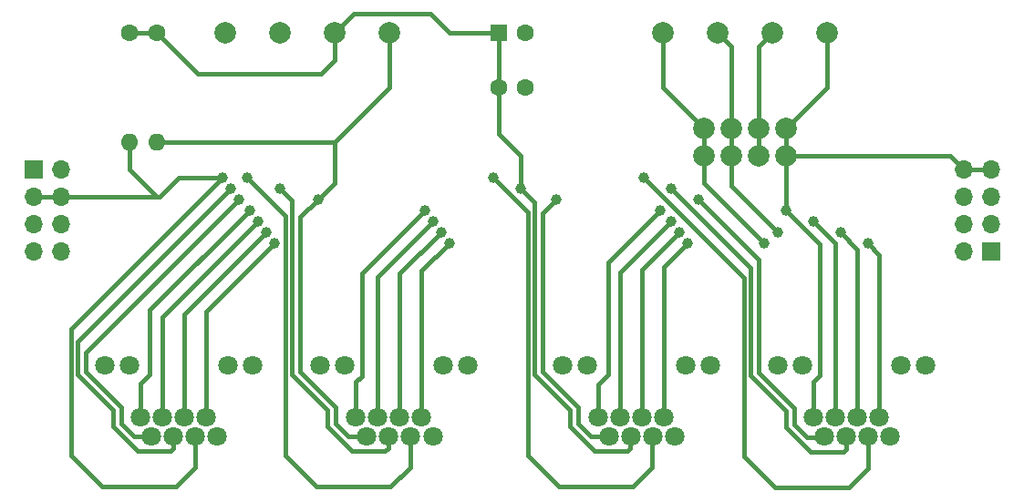
<source format=gbr>
G04 #@! TF.FileFunction,Copper,L2,Bot,Signal*
%FSLAX46Y46*%
G04 Gerber Fmt 4.6, Leading zero omitted, Abs format (unit mm)*
G04 Created by KiCad (PCBNEW 4.0.6) date 01/22/18 00:14:00*
%MOMM*%
%LPD*%
G01*
G04 APERTURE LIST*
%ADD10C,0.100000*%
%ADD11C,1.800000*%
%ADD12C,2.000000*%
%ADD13C,1.600000*%
%ADD14O,1.600000X1.600000*%
%ADD15R,1.700000X1.700000*%
%ADD16O,1.700000X1.700000*%
%ADD17R,1.600000X1.600000*%
%ADD18C,1.000000*%
%ADD19C,0.400000*%
G04 APERTURE END LIST*
D10*
D11*
X74440000Y-137830000D03*
X73420000Y-136050000D03*
X76480000Y-137830000D03*
X75460000Y-136050000D03*
X78520000Y-137830000D03*
X77500000Y-136050000D03*
X80560000Y-137830000D03*
X79540000Y-136050000D03*
X72420000Y-131240000D03*
X70130000Y-131240000D03*
X83850000Y-131240000D03*
X81560000Y-131240000D03*
X94440000Y-137830000D03*
X93420000Y-136050000D03*
X96480000Y-137830000D03*
X95460000Y-136050000D03*
X98520000Y-137830000D03*
X97500000Y-136050000D03*
X100560000Y-137830000D03*
X99540000Y-136050000D03*
X92420000Y-131240000D03*
X90130000Y-131240000D03*
X103850000Y-131240000D03*
X101560000Y-131240000D03*
X116940000Y-137830000D03*
X115920000Y-136050000D03*
X118980000Y-137830000D03*
X117960000Y-136050000D03*
X121020000Y-137830000D03*
X120000000Y-136050000D03*
X123060000Y-137830000D03*
X122040000Y-136050000D03*
X114920000Y-131240000D03*
X112630000Y-131240000D03*
X126350000Y-131240000D03*
X124060000Y-131240000D03*
X136940000Y-137830000D03*
X135920000Y-136050000D03*
X138980000Y-137830000D03*
X137960000Y-136050000D03*
X141020000Y-137830000D03*
X140000000Y-136050000D03*
X143060000Y-137830000D03*
X142040000Y-136050000D03*
X134920000Y-131240000D03*
X132630000Y-131240000D03*
X146350000Y-131240000D03*
X144060000Y-131240000D03*
D12*
X125730000Y-111760000D03*
X125730000Y-109220000D03*
X128270000Y-111760000D03*
X128270000Y-109220000D03*
X130810000Y-111760000D03*
X130810000Y-109220000D03*
X133350000Y-111760000D03*
X133350000Y-109220000D03*
D13*
X72390000Y-100330000D03*
D14*
X72390000Y-110490000D03*
D13*
X74930000Y-100330000D03*
D14*
X74930000Y-110490000D03*
D12*
X81280000Y-100330000D03*
X86360000Y-100330000D03*
X91440000Y-100330000D03*
X96520000Y-100330000D03*
X121920000Y-100330000D03*
X127000000Y-100330000D03*
X132080000Y-100330000D03*
X137160000Y-100330000D03*
D15*
X63500000Y-113030000D03*
D16*
X66040000Y-113030000D03*
X63500000Y-115570000D03*
X66040000Y-115570000D03*
X63500000Y-118110000D03*
X66040000Y-118110000D03*
X63500000Y-120650000D03*
X66040000Y-120650000D03*
D17*
X106680000Y-100330000D03*
D13*
X109180000Y-100330000D03*
X106680000Y-105410000D03*
X109180000Y-105410000D03*
D15*
X152400000Y-120650000D03*
D16*
X149860000Y-120650000D03*
X152400000Y-118110000D03*
X149860000Y-118110000D03*
X152400000Y-115570000D03*
X149860000Y-115570000D03*
X152400000Y-113030000D03*
X149860000Y-113030000D03*
D18*
X82550000Y-115824000D03*
X125222000Y-115824000D03*
X112014000Y-115824000D03*
X89916000Y-115824000D03*
X83566000Y-116840000D03*
X133350000Y-116840000D03*
X121666000Y-116840000D03*
X99822000Y-116840000D03*
X81788000Y-114808000D03*
X122682000Y-114808000D03*
X108712000Y-114808000D03*
X86360000Y-114808000D03*
X84328000Y-117856000D03*
X135890000Y-117856000D03*
X122682000Y-117856000D03*
X100584000Y-117856000D03*
X81026000Y-113792000D03*
X120142000Y-113792000D03*
X106172000Y-113792000D03*
X83312000Y-113792000D03*
X85090000Y-118872000D03*
X132588000Y-118872000D03*
X138430000Y-118872000D03*
X123444000Y-118872000D03*
X101346000Y-118872000D03*
X85852000Y-119888000D03*
X131318000Y-119888000D03*
X140970000Y-119888000D03*
X124206000Y-119888000D03*
X102108000Y-119888000D03*
D19*
X91440000Y-110490000D02*
X91440000Y-114300000D01*
X91440000Y-114300000D02*
X89916000Y-115824000D01*
X74930000Y-110490000D02*
X91440000Y-110490000D01*
X96520000Y-105410000D02*
X96520000Y-100330000D01*
X91440000Y-110490000D02*
X96520000Y-105410000D01*
X68326000Y-130048000D02*
X82550000Y-115824000D01*
X74440000Y-137830000D02*
X72806000Y-137830000D01*
X68326000Y-131826000D02*
X68326000Y-130048000D01*
X71628000Y-135128000D02*
X68326000Y-131826000D01*
X71628000Y-136652000D02*
X71628000Y-135128000D01*
X72806000Y-137830000D02*
X71628000Y-136652000D01*
X130810000Y-130175000D02*
X130810000Y-121412000D01*
X136924000Y-137957000D02*
X135290000Y-137957000D01*
X130810000Y-131953000D02*
X130810000Y-130175000D01*
X134112000Y-135255000D02*
X130810000Y-131953000D01*
X134112000Y-136779000D02*
X134112000Y-135255000D01*
X135290000Y-137957000D02*
X134112000Y-136779000D01*
X130810000Y-121412000D02*
X125222000Y-115824000D01*
X110744000Y-130048000D02*
X110744000Y-117094000D01*
X115224000Y-137830000D02*
X114046000Y-136652000D01*
X114046000Y-136652000D02*
X114046000Y-135128000D01*
X114046000Y-135128000D02*
X110744000Y-131826000D01*
X110744000Y-131826000D02*
X110744000Y-130048000D01*
X116858000Y-137830000D02*
X115224000Y-137830000D01*
X110744000Y-117094000D02*
X112014000Y-115824000D01*
X88265000Y-130048000D02*
X88265000Y-117475000D01*
X88265000Y-117475000D02*
X89916000Y-115824000D01*
X92745000Y-137830000D02*
X91567000Y-136652000D01*
X91567000Y-136652000D02*
X91567000Y-135128000D01*
X91567000Y-135128000D02*
X88265000Y-131826000D01*
X88265000Y-131826000D02*
X88265000Y-130048000D01*
X88265000Y-130048000D02*
X88265000Y-130048000D01*
X94379000Y-137830000D02*
X92745000Y-137830000D01*
X149860000Y-113030000D02*
X152400000Y-113030000D01*
X133350000Y-111760000D02*
X148590000Y-111760000D01*
X148590000Y-111760000D02*
X149860000Y-113030000D01*
X74295000Y-130048000D02*
X74295000Y-126111000D01*
X74295000Y-126111000D02*
X83566000Y-116840000D01*
X133350000Y-111760000D02*
X133350000Y-116840000D01*
X136525000Y-130810000D02*
X136525000Y-120015000D01*
X136525000Y-120015000D02*
X133350000Y-116840000D01*
X135920000Y-136050000D02*
X135920000Y-132745000D01*
X136525000Y-132140000D02*
X136525000Y-130810000D01*
X135920000Y-132745000D02*
X136525000Y-132140000D01*
X116840000Y-130175000D02*
X116840000Y-121666000D01*
X115920000Y-133000000D02*
X116840000Y-132080000D01*
X116840000Y-132080000D02*
X116840000Y-130175000D01*
X115920000Y-136050000D02*
X115920000Y-133000000D01*
X116840000Y-121666000D02*
X121666000Y-116840000D01*
X93980000Y-130175000D02*
X93980000Y-122682000D01*
X93980000Y-122682000D02*
X99822000Y-116840000D01*
X93420000Y-132790000D02*
X93980000Y-132230000D01*
X93980000Y-132230000D02*
X93980000Y-130175000D01*
X93420000Y-136050000D02*
X93420000Y-132790000D01*
X133350000Y-111760000D02*
X133350000Y-109220000D01*
X137160000Y-100330000D02*
X137160000Y-105410000D01*
X137160000Y-105410000D02*
X133350000Y-109220000D01*
X73420000Y-136050000D02*
X73420000Y-132955000D01*
X74295000Y-132080000D02*
X74295000Y-130048000D01*
X74295000Y-130048000D02*
X74295000Y-130175000D01*
X73420000Y-132955000D02*
X74295000Y-132080000D01*
X74930000Y-100330000D02*
X78740000Y-104140000D01*
X78740000Y-104140000D02*
X90170000Y-104140000D01*
X72390000Y-100330000D02*
X74930000Y-100330000D01*
X91440000Y-100330000D02*
X93218000Y-98552000D01*
X102108000Y-100330000D02*
X106680000Y-100330000D01*
X100330000Y-98552000D02*
X102108000Y-100330000D01*
X93218000Y-98552000D02*
X100330000Y-98552000D01*
X106680000Y-105410000D02*
X106680000Y-109728000D01*
X108712000Y-111760000D02*
X108712000Y-114808000D01*
X106680000Y-109728000D02*
X108712000Y-111760000D01*
X106680000Y-100330000D02*
X106680000Y-105410000D01*
X67564000Y-130048000D02*
X67564000Y-129032000D01*
X67564000Y-129032000D02*
X81788000Y-114808000D01*
X76480000Y-138912000D02*
X76200000Y-139192000D01*
X76200000Y-139192000D02*
X73152000Y-139192000D01*
X73152000Y-139192000D02*
X70866000Y-136906000D01*
X70866000Y-136906000D02*
X70866000Y-135382000D01*
X70866000Y-135382000D02*
X67564000Y-132080000D01*
X67564000Y-132080000D02*
X67564000Y-130048000D01*
X76480000Y-137830000D02*
X76480000Y-138912000D01*
X130048000Y-130175000D02*
X130048000Y-122174000D01*
X130048000Y-122174000D02*
X122682000Y-114808000D01*
X138964000Y-139039000D02*
X138684000Y-139319000D01*
X138684000Y-139319000D02*
X135636000Y-139319000D01*
X135636000Y-139319000D02*
X133350000Y-137033000D01*
X133350000Y-137033000D02*
X133350000Y-135509000D01*
X133350000Y-135509000D02*
X130048000Y-132207000D01*
X130048000Y-132207000D02*
X130048000Y-130175000D01*
X138964000Y-137957000D02*
X138964000Y-139039000D01*
X109982000Y-130048000D02*
X109982000Y-116078000D01*
X109982000Y-116078000D02*
X108712000Y-114808000D01*
X118898000Y-137830000D02*
X118898000Y-138912000D01*
X109982000Y-132080000D02*
X109982000Y-130048000D01*
X113284000Y-135382000D02*
X109982000Y-132080000D01*
X113284000Y-136906000D02*
X113284000Y-135382000D01*
X115570000Y-139192000D02*
X113284000Y-136906000D01*
X118618000Y-139192000D02*
X115570000Y-139192000D01*
X118898000Y-138912000D02*
X118618000Y-139192000D01*
X87503000Y-130048000D02*
X87503000Y-115951000D01*
X96419000Y-137830000D02*
X96419000Y-138912000D01*
X87503000Y-132080000D02*
X87503000Y-130048000D01*
X90805000Y-135382000D02*
X87503000Y-132080000D01*
X90805000Y-136906000D02*
X90805000Y-135382000D01*
X93091000Y-139192000D02*
X90805000Y-136906000D01*
X96139000Y-139192000D02*
X93091000Y-139192000D01*
X96419000Y-138912000D02*
X96139000Y-139192000D01*
X87503000Y-115951000D02*
X86360000Y-114808000D01*
X91440000Y-100330000D02*
X91440000Y-102870000D01*
X91440000Y-102870000D02*
X90170000Y-104140000D01*
X75460000Y-130302000D02*
X75460000Y-126724000D01*
X75460000Y-126724000D02*
X84328000Y-117856000D01*
X137960000Y-130645000D02*
X137960000Y-119926000D01*
X137960000Y-136050000D02*
X137960000Y-130645000D01*
X137960000Y-119926000D02*
X135890000Y-117856000D01*
X117960000Y-130325000D02*
X117960000Y-122578000D01*
X117960000Y-136050000D02*
X117960000Y-130325000D01*
X117960000Y-122578000D02*
X122682000Y-117856000D01*
X95460000Y-129965000D02*
X95460000Y-122980000D01*
X95460000Y-122980000D02*
X100584000Y-117856000D01*
X95460000Y-136050000D02*
X95460000Y-129965000D01*
X130810000Y-111760000D02*
X130810000Y-109220000D01*
X130810000Y-109220000D02*
X130810000Y-101600000D01*
X130810000Y-101600000D02*
X132080000Y-100330000D01*
X75460000Y-136050000D02*
X75460000Y-130302000D01*
X75460000Y-130302000D02*
X75460000Y-130280000D01*
X72390000Y-110490000D02*
X72390000Y-113030000D01*
X72390000Y-113030000D02*
X74930000Y-115570000D01*
X66040000Y-115570000D02*
X74930000Y-115570000D01*
X74930000Y-115570000D02*
X75184000Y-115570000D01*
X76962000Y-113792000D02*
X81026000Y-113792000D01*
X75184000Y-115570000D02*
X76962000Y-113792000D01*
X63500000Y-115570000D02*
X66040000Y-115570000D01*
X66963998Y-130048000D02*
X66963998Y-127854002D01*
X66963998Y-127854002D02*
X81026000Y-113792000D01*
X78520000Y-140682000D02*
X76708000Y-142494000D01*
X76708000Y-142494000D02*
X69850000Y-142494000D01*
X69850000Y-142494000D02*
X66963998Y-139607998D01*
X66963998Y-139607998D02*
X66963998Y-130048000D01*
X78520000Y-137830000D02*
X78520000Y-140682000D01*
X129447998Y-130175000D02*
X129447998Y-123097998D01*
X129447998Y-123097998D02*
X120142000Y-113792000D01*
X141004000Y-140809000D02*
X139192000Y-142621000D01*
X139192000Y-142621000D02*
X132334000Y-142621000D01*
X132334000Y-142621000D02*
X129447998Y-139734998D01*
X129447998Y-139734998D02*
X129447998Y-130175000D01*
X141004000Y-137957000D02*
X141004000Y-140809000D01*
X109381998Y-130048000D02*
X109381998Y-117001998D01*
X109381998Y-117001998D02*
X106172000Y-113792000D01*
X120938000Y-137830000D02*
X120938000Y-140682000D01*
X109381998Y-139607998D02*
X109381998Y-130048000D01*
X112268000Y-142494000D02*
X109381998Y-139607998D01*
X119126000Y-142494000D02*
X112268000Y-142494000D01*
X120938000Y-140682000D02*
X119126000Y-142494000D01*
X86902998Y-130048000D02*
X86902998Y-117382998D01*
X98459000Y-137830000D02*
X98459000Y-140682000D01*
X86902998Y-139607998D02*
X86902998Y-130048000D01*
X89789000Y-142494000D02*
X86902998Y-139607998D01*
X96647000Y-142494000D02*
X89789000Y-142494000D01*
X98459000Y-140682000D02*
X96647000Y-142494000D01*
X86902998Y-117382998D02*
X83312000Y-113792000D01*
X77500000Y-130145000D02*
X77500000Y-126462000D01*
X77500000Y-136050000D02*
X77500000Y-130145000D01*
X77500000Y-126462000D02*
X85090000Y-118872000D01*
X128270000Y-111760000D02*
X128270000Y-114554000D01*
X128270000Y-114554000D02*
X132588000Y-118872000D01*
X140000000Y-130510000D02*
X140000000Y-120442000D01*
X140000000Y-120442000D02*
X138430000Y-118872000D01*
X140000000Y-136050000D02*
X140000000Y-130510000D01*
X120000000Y-130190000D02*
X120000000Y-122316000D01*
X120000000Y-136050000D02*
X120000000Y-130190000D01*
X120000000Y-122316000D02*
X123444000Y-118872000D01*
X97500000Y-129830000D02*
X97500000Y-122718000D01*
X97500000Y-136050000D02*
X97500000Y-129830000D01*
X97500000Y-122718000D02*
X101346000Y-118872000D01*
X128270000Y-109220000D02*
X128270000Y-111760000D01*
X128270000Y-109220000D02*
X128270000Y-101600000D01*
X128270000Y-101600000D02*
X127000000Y-100330000D01*
X79540000Y-130175000D02*
X79540000Y-126200000D01*
X79540000Y-126200000D02*
X85852000Y-119888000D01*
X125730000Y-111760000D02*
X125730000Y-114300000D01*
X125730000Y-114300000D02*
X131318000Y-119888000D01*
X142040000Y-130375000D02*
X142040000Y-120958000D01*
X142040000Y-120958000D02*
X140970000Y-119888000D01*
X142040000Y-136050000D02*
X142040000Y-130375000D01*
X122040000Y-130055000D02*
X122040000Y-122054000D01*
X122040000Y-136050000D02*
X122040000Y-130055000D01*
X122040000Y-122054000D02*
X124206000Y-119888000D01*
X99540000Y-130330000D02*
X99540000Y-122456000D01*
X99540000Y-122456000D02*
X102108000Y-119888000D01*
X99540000Y-136050000D02*
X99540000Y-130330000D01*
X125730000Y-109220000D02*
X125730000Y-111760000D01*
X121920000Y-100330000D02*
X121920000Y-105410000D01*
X121920000Y-105410000D02*
X125730000Y-109220000D01*
X79540000Y-136050000D02*
X79540000Y-130175000D01*
X79540000Y-130175000D02*
X79540000Y-130048000D01*
X79540000Y-130048000D02*
X79540000Y-130010000D01*
M02*

</source>
